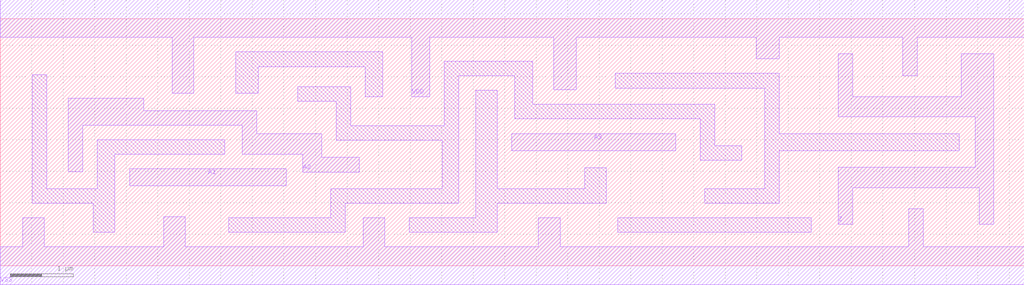
<source format=lef>
# Copyright 2022 GlobalFoundries PDK Authors
#
# Licensed under the Apache License, Version 2.0 (the "License");
# you may not use this file except in compliance with the License.
# You may obtain a copy of the License at
#
#      http://www.apache.org/licenses/LICENSE-2.0
#
# Unless required by applicable law or agreed to in writing, software
# distributed under the License is distributed on an "AS IS" BASIS,
# WITHOUT WARRANTIES OR CONDITIONS OF ANY KIND, either express or implied.
# See the License for the specific language governing permissions and
# limitations under the License.

MACRO gf180mcu_fd_sc_mcu7t5v0__xor3_2
  CLASS core ;
  FOREIGN gf180mcu_fd_sc_mcu7t5v0__xor3_2 0.0 0.0 ;
  ORIGIN 0 0 ;
  SYMMETRY X Y ;
  SITE GF018hv5v_mcu_sc7 ;
  SIZE 16.24 BY 3.92 ;
  PIN A1
    DIRECTION INPUT ;
    ANTENNAGATEAREA 0.892 ;
    PORT
      LAYER METAL1 ;
        POLYGON 2.05 1.265 4.535 1.265 4.535 1.535 2.05 1.535  ;
    END
  END A1
  PIN A2
    DIRECTION INPUT ;
    ANTENNAGATEAREA 0.892 ;
    PORT
      LAYER METAL1 ;
        POLYGON 1.075 1.49 1.305 1.49 1.305 2.225 3.56 2.225 3.835 2.225 3.835 1.765 4.8 1.765 4.8 1.485 5.695 1.485 5.695 1.72 5.095 1.72 5.095 2.095 4.065 2.095 4.065 2.455 3.56 2.455 2.275 2.455 2.275 2.66 1.075 2.66  ;
    END
  END A2
  PIN A3
    DIRECTION INPUT ;
    ANTENNAGATEAREA 1.5355 ;
    PORT
      LAYER METAL1 ;
        POLYGON 8.115 1.825 9.61 1.825 10.71 1.825 10.71 2.095 9.61 2.095 8.115 2.095  ;
    END
  END A3
  PIN Z
    DIRECTION OUTPUT ;
    ANTENNADIFFAREA 1.7952 ;
    PORT
      LAYER METAL1 ;
        POLYGON 13.29 2.36 15.21 2.36 15.46 2.36 15.46 1.56 13.29 1.56 13.29 0.655 13.52 0.655 13.52 1.24 15.53 1.24 15.53 0.655 15.76 0.655 15.76 3.36 15.24 3.36 15.24 2.68 15.21 2.68 13.52 2.68 13.52 3.36 13.29 3.36  ;
    END
  END Z
  PIN VDD
    DIRECTION INOUT ;
    USE power ;
    SHAPE ABUTMENT ;
    PORT
      LAYER METAL1 ;
        POLYGON 0 3.62 2.725 3.62 2.725 2.735 3.065 2.735 3.065 3.62 3.56 3.62 6.07 3.62 6.525 3.62 6.525 2.68 6.81 2.68 6.81 3.62 8.775 3.62 8.775 2.795 9.135 2.795 9.135 3.62 11.99 3.62 11.99 3.28 12.355 3.28 12.355 3.62 14.31 3.62 14.31 3.015 14.54 3.015 14.54 3.62 15.21 3.62 16.24 3.62 16.24 4.22 15.21 4.22 6.07 4.22 3.56 4.22 0 4.22  ;
    END
  END VDD
  PIN VSS
    DIRECTION INOUT ;
    USE ground ;
    SHAPE ABUTMENT ;
    PORT
      LAYER METAL1 ;
        POLYGON 0 -0.3 16.24 -0.3 16.24 0.3 14.64 0.3 14.64 0.905 14.41 0.905 14.41 0.3 8.88 0.3 8.88 0.76 8.535 0.76 8.535 0.3 6.095 0.3 6.095 0.76 5.755 0.76 5.755 0.3 2.935 0.3 2.935 0.775 2.595 0.775 2.595 0.3 0.695 0.3 0.695 0.76 0.355 0.76 0.355 0.3 0 0.3  ;
    END
  END VSS
  OBS
      LAYER METAL1 ;
        POLYGON 0.51 0.99 1.475 0.99 1.475 0.53 1.815 0.53 1.815 1.765 3.56 1.765 3.56 1.995 1.535 1.995 1.535 1.22 0.74 1.22 0.74 3.03 0.51 3.03  ;
        POLYGON 3.735 2.735 4.095 2.735 4.095 3.16 5.785 3.16 5.785 2.68 6.07 2.68 6.07 3.39 3.735 3.39  ;
        POLYGON 6.485 0.53 7.885 0.53 7.885 0.99 9.61 0.99 9.61 1.555 9.27 1.555 9.27 1.22 7.885 1.22 7.885 2.78 7.545 2.78 7.545 0.76 6.485 0.76  ;
        POLYGON 4.72 2.605 5.325 2.605 5.325 1.99 7.01 1.99 7.01 1.22 5.24 1.22 5.24 0.76 3.625 0.76 3.625 0.53 5.47 0.53 5.47 0.99 7.27 0.99 7.27 3.01 8.16 3.01 8.16 2.33 11.105 2.33 11.105 1.67 11.76 1.67 11.76 1.9 11.335 1.9 11.335 2.565 8.445 2.565 8.445 3.24 7.04 3.24 7.04 2.22 5.555 2.22 5.555 2.835 4.72 2.835  ;
        POLYGON 9.795 0.53 12.865 0.53 12.865 0.76 9.795 0.76  ;
        POLYGON 9.75 2.815 12.125 2.815 12.125 1.22 11.17 1.22 11.17 0.99 12.355 0.99 12.355 1.825 15.21 1.825 15.21 2.095 12.355 2.095 12.355 3.05 9.75 3.05  ;
  END
END gf180mcu_fd_sc_mcu7t5v0__xor3_2

</source>
